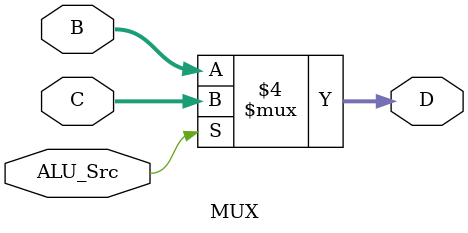
<source format=v>
/*
    Name 1:     Ishaan Singh            191CS124
    Name 2:     Ikjot Singh Dhody       191CS123
    Module:     Multiplexer
*/

module MUX (D,C,B,ALU_Src );

    //I-O port
    output reg [63:0] D;
    input [63:0] C,B;
    input ALU_Src;

    // mux
    always @(C,B,ALU_Src) begin
       if(ALU_Src == 1'b1)
            begin
                D = C;
            end
       else
            D = B;
    end
    //  D = (ALU_Src)? C : B;

endmodule
</source>
